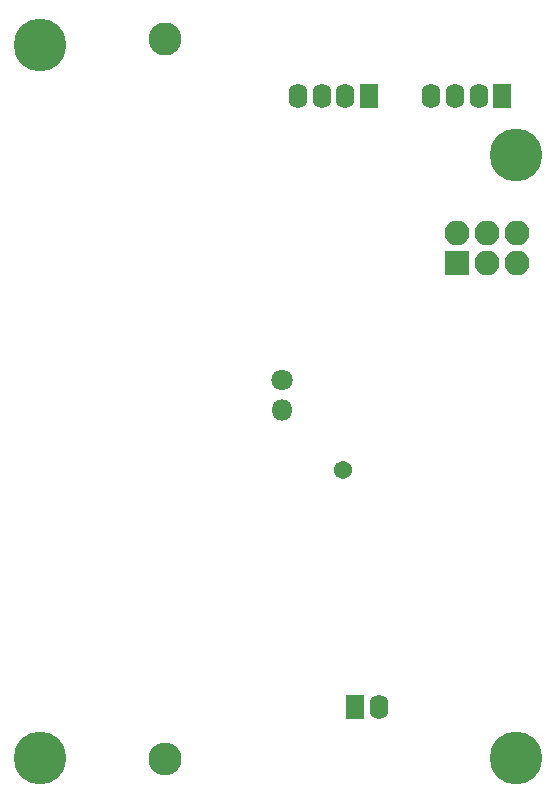
<source format=gbs>
G04 #@! TF.FileFunction,Soldermask,Bot*
%FSLAX46Y46*%
G04 Gerber Fmt 4.6, Leading zero omitted, Abs format (unit mm)*
G04 Created by KiCad (PCBNEW 4.0.7) date 12/03/17 16:36:58*
%MOMM*%
%LPD*%
G01*
G04 APERTURE LIST*
%ADD10C,0.100000*%
%ADD11C,4.464000*%
%ADD12R,1.600000X2.100000*%
%ADD13O,1.600000X2.100000*%
%ADD14R,2.100000X2.100000*%
%ADD15O,2.100000X2.100000*%
%ADD16C,1.800000*%
%ADD17O,1.800000X1.800000*%
%ADD18C,2.800000*%
%ADD19O,2.800000X2.800000*%
%ADD20C,1.543000*%
G04 APERTURE END LIST*
D10*
D11*
X174269400Y-123393200D03*
D12*
X173101000Y-67335400D03*
D13*
X171101000Y-67335400D03*
X169101000Y-67335400D03*
X167101000Y-67335400D03*
D12*
X161823400Y-67335400D03*
D13*
X159823400Y-67335400D03*
X157823400Y-67335400D03*
X155823400Y-67335400D03*
D14*
X169265600Y-81534000D03*
D15*
X169265600Y-78994000D03*
X171805600Y-81534000D03*
X171805600Y-78994000D03*
X174345600Y-81534000D03*
X174345600Y-78994000D03*
D11*
X174244000Y-72313800D03*
X133959600Y-123444000D03*
D16*
X154457400Y-91401900D03*
D17*
X154457400Y-93941900D03*
D18*
X144551400Y-62509400D03*
D19*
X144551400Y-123469400D03*
D20*
X159664400Y-99060000D03*
D12*
X160680400Y-119100600D03*
D13*
X162680400Y-119100600D03*
D11*
X133934200Y-63042800D03*
M02*

</source>
